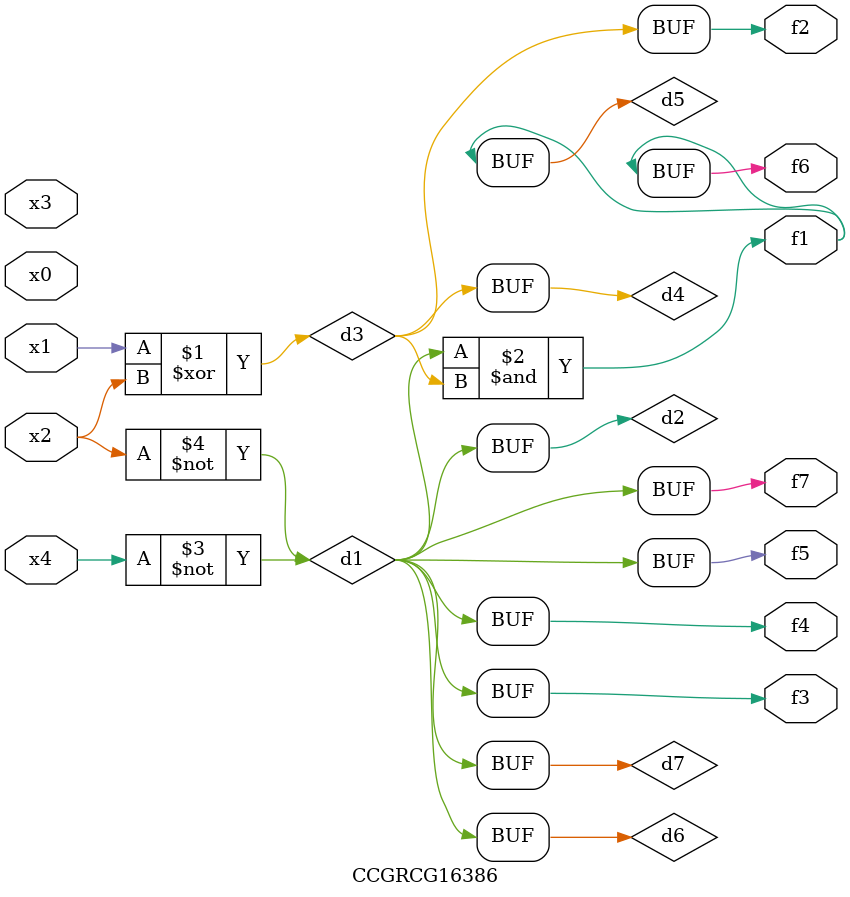
<source format=v>
module CCGRCG16386(
	input x0, x1, x2, x3, x4,
	output f1, f2, f3, f4, f5, f6, f7
);

	wire d1, d2, d3, d4, d5, d6, d7;

	not (d1, x4);
	not (d2, x2);
	xor (d3, x1, x2);
	buf (d4, d3);
	and (d5, d1, d3);
	buf (d6, d1, d2);
	buf (d7, d2);
	assign f1 = d5;
	assign f2 = d4;
	assign f3 = d7;
	assign f4 = d7;
	assign f5 = d7;
	assign f6 = d5;
	assign f7 = d7;
endmodule

</source>
